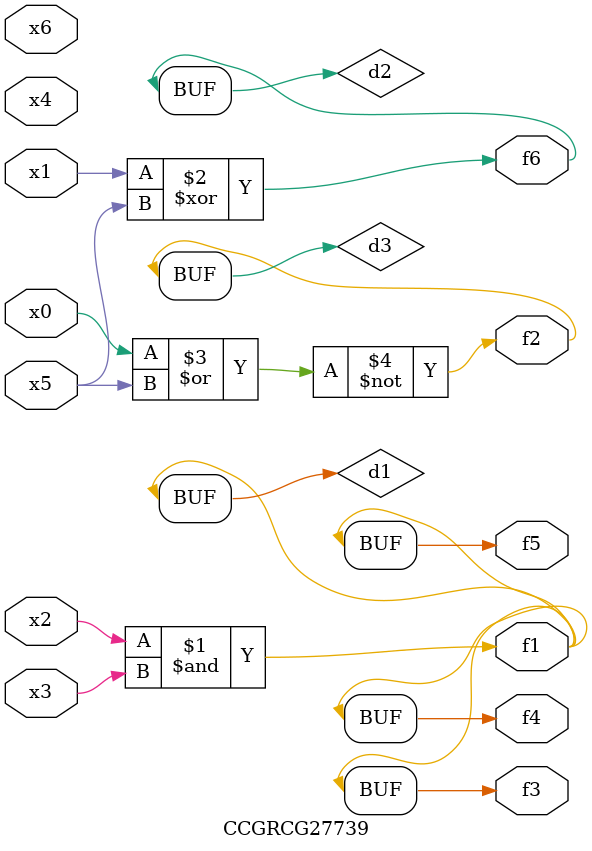
<source format=v>
module CCGRCG27739(
	input x0, x1, x2, x3, x4, x5, x6,
	output f1, f2, f3, f4, f5, f6
);

	wire d1, d2, d3;

	and (d1, x2, x3);
	xor (d2, x1, x5);
	nor (d3, x0, x5);
	assign f1 = d1;
	assign f2 = d3;
	assign f3 = d1;
	assign f4 = d1;
	assign f5 = d1;
	assign f6 = d2;
endmodule

</source>
